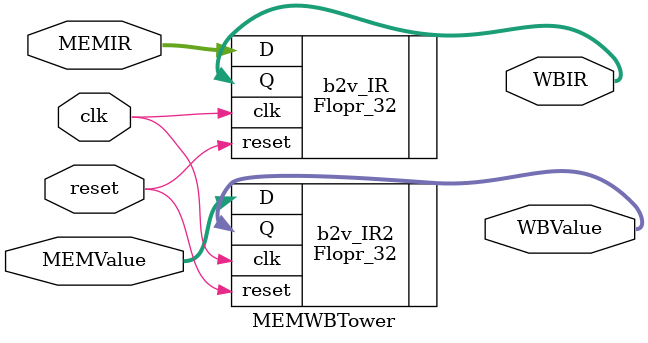
<source format=v>


module MEMWBTower(
	reset,
	clk,
	MEMIR,
	MEMValue,
	WBIR,
	WBValue
);


input wire	reset;
input wire	clk;
input wire	[31:0] MEMIR;
input wire	[31:0] MEMValue;
output wire	[31:0] WBIR;
output wire	[31:0] WBValue;






Flopr_32	b2v_IR(
	.reset(reset),
	.clk(clk),
	.D(MEMIR),
	.Q(WBIR));


Flopr_32	b2v_IR2(
	.reset(reset),
	.clk(clk),
	.D(MEMValue),
	.Q(WBValue));


endmodule

</source>
